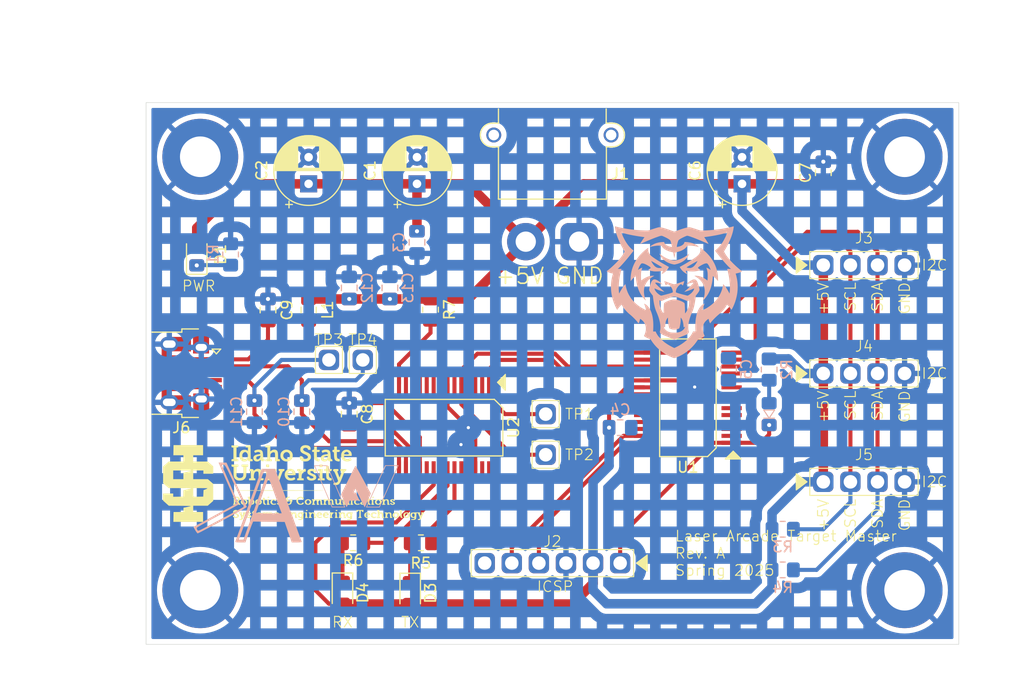
<source format=kicad_pcb>
(kicad_pcb (version 20240108) (generator "pcbnew") (generator_version "8.0")
  (layers (0 "F.Cu" signal) (31 "B.Cu" signal) (34 "B.Paste" user) (35 "F.Paste" user) (36 "B.SilkS" user "B.Silkscreen") (37 "F.SilkS" user "F.Silkscreen") (38 "B.Mask" user) (39 "F.Mask" user) (44 "Edge.Cuts" user))
  (net 0 "")
  (net 1 "GND")
  (net 2 "+5V")
  (net 3 "Net-(C4-Pad1)")
  (net 4 "Net-(D2-A)")
  (net 5 "Net-(C5-Pad2)")
  (net 6 "Net-(U2-3V3OUT)")
  (net 7 "Net-(D1-K)")
  (net 8 "Net-(D2-K)")
  (net 9 "Net-(D3-K)")
  (net 10 "Net-(D4-K)")
  (net 11 "RB6")
  (net 12 "RB7")
  (net 13 "Net-(U1-RC3{slash}SCK{slash}SCL)")
  (net 14 "Net-(U1-RC4{slash}SDI{slash}SDA)")
  (net 15 "Net-(U2-CBUS0)")
  (net 16 "Net-(U2-CBUS1)")
  (net 17 "Net-(U2-CBUS3)")
  (net 21 "TX")
  (net 22 "RX")
  (net 50 "Net-(J6-VBUS)")
  (net 51 "Net-(J6-D-)")
  (net 52 "Net-(J6-D+)")
  (footprint "Resistor_SMD:R_0805_2012Metric_Pad1.20x1.40mm_HandSolder" (layer "F.Cu") (at 179.07 70.215 90)
    (property "Reference" "R7" (at 0 1.778 90) (layer "F.SilkS"))
    (property "Value" "10kΩ")
    (pad "1" smd roundrect (at -1 0 90) (size 1.2 1.4) (layers "F.Cu" "F.Paste" "F.Mask") (roundrect_rratio 0.208333) (net 17 "Net-(U2-CBUS3)"))
    (pad "2" smd roundrect (at 1 0 90) (size 1.2 1.4) (layers "F.Cu" "F.Paste" "F.Mask") (roundrect_rratio 0.208333) (net 2 "+5V"))
  )
  (footprint "Capacitor_THT:CP_Radial_D6.3mm_P2.50mm" (layer "F.Cu") (at 167.64 58.42 90)
    (property "Reference" "C2" (at 1.25 -4.4 90) (layer "F.SilkS"))
    (property "Value" "220uF")
    (pad "1" thru_hole rect (at 0 0 90) (size 1.6 1.6) (drill 0.8) (layers "*.Cu" "*.Mask") (net 2 "+5V"))
    (pad "2" thru_hole circle (at 2.5 0 90) (size 1.6 1.6) (drill 0.8) (layers "*.Cu" "*.Mask") (net 1 "GND"))
  )
  (footprint "0_AKeller_Footprints:1x1_100mil_Header" (layer "F.Cu") (at 189.865 80.01)
    (property "Reference" "TP1" (at 3.175 0 0) (layer "F.SilkS") (effects (font (thickness 0.1))))
    (property "Value" "~")
    (pad "1" thru_hole roundrect (at 0 0) (size 1.905 1.905) (drill 1.27) (layers "*.Cu" "*.Mask") (net 22 "RX"))
  )
  (footprint "Capacitor_THT:CP_Radial_D6.3mm_P2.50mm" (layer "F.Cu") (at 177.8 58.42 90)
    (property "Reference" "C1" (at 1.25 -4.4 90) (layer "F.SilkS"))
    (property "Value" "220uF")
    (pad "1" thru_hole rect (at 0 0 90) (size 1.6 1.6) (drill 0.8) (layers "*.Cu" "*.Mask") (net 2 "+5V"))
    (pad "2" thru_hole circle (at 2.5 0 90) (size 1.6 1.6) (drill 0.8) (layers "*.Cu" "*.Mask") (net 1 "GND"))
  )
  (footprint "0_AKeller_Footprints:SSOP-28" (layer "F.Cu") (at 203.2 78.475 90)
    (property "Reference" "U1" (at -6.515 0 0) (layer "F.SilkS"))
    (property "Value" "PIC16F1788-IP")
    (pad "1" smd rect (at -4.225 4.099999 90) (size 0.38 1.9) (layers "F.Cu" "F.Paste" "F.Mask") (net 8 "Net-(D2-K)"))
    (pad "2" smd rect (at -3.575 4.099999 90) (size 0.38 1.9) (layers "F.Cu" "F.Paste" "F.Mask"))
    (pad "3" smd rect (at -2.925 4.099999 90) (size 0.38 1.9) (layers "F.Cu" "F.Paste" "F.Mask"))
    (pad "4" smd rect (at -2.275 4.099999 90) (size 0.38 1.9) (layers "F.Cu" "F.Paste" "F.Mask"))
    (pad "5" smd rect (at -1.625 4.099999 90) (size 0.38 1.9) (layers "F.Cu" "F.Paste" "F.Mask"))
    (pad "6" smd rect (at -0.975 4.099999 90) (size 0.38 1.9) (layers "F.Cu" "F.Paste" "F.Mask"))
    (pad "7" smd rect (at -0.325 4.099999 90) (size 0.38 1.9) (layers "F.Cu" "F.Paste" "F.Mask"))
    (pad "8" smd rect (at 0.325 4.099999 90) (size 0.38 1.9) (layers "F.Cu" "F.Paste" "F.Mask") (net 1 "GND"))
    (pad "9" smd rect (at 0.975 4.099999 90) (size 0.38 1.9) (layers "F.Cu" "F.Paste" "F.Mask"))
    (pad "10" smd rect (at 1.625 4.099999 90) (size 0.38 1.9) (layers "F.Cu" "F.Paste" "F.Mask"))
    (pad "11" smd rect (at 2.275 4.099999 90) (size 0.38 1.9) (layers "F.Cu" "F.Paste" "F.Mask"))
    (pad "12" smd rect (at 2.925 4.099999 90) (size 0.38 1.9) (layers "F.Cu" "F.Paste" "F.Mask"))
    (pad "13" smd rect (at 3.575 4.099999 90) (size 0.38 1.9) (layers "F.Cu" "F.Paste" "F.Mask"))
    (pad "14" smd rect (at 4.225 4.099999 90) (size 0.38 1.9) (layers "F.Cu" "F.Paste" "F.Mask") (net 13 "Net-(U1-RC3{slash}SCK{slash}SCL)"))
    (pad "15" smd rect (at 4.225 -4.099999 90) (size 0.38 1.9) (layers "F.Cu" "F.Paste" "F.Mask") (net 14 "Net-(U1-RC4{slash}SDI{slash}SDA)"))
    (pad "16" smd rect (at 3.575 -4.099999 90) (size 0.38 1.9) (layers "F.Cu" "F.Paste" "F.Mask"))
    (pad "17" smd rect (at 2.925 -4.099999 90) (size 0.38 1.9) (layers "F.Cu" "F.Paste" "F.Mask") (net 21 "TX"))
    (pad "18" smd rect (at 2.275 -4.099999 90) (size 0.38 1.9) (layers "F.Cu" "F.Paste" "F.Mask") (net 22 "RX"))
    (pad "19" smd rect (at 1.625 -4.099999 90) (size 0.38 1.9) (layers "F.Cu" "F.Paste" "F.Mask") (net 1 "GND"))
    (pad "20" smd rect (at 0.975 -4.099999 90) (size 0.38 1.9) (layers "F.Cu" "F.Paste" "F.Mask") (net 2 "+5V"))
    (pad "21" smd rect (at 0.325 -4.099999 90) (size 0.38 1.9) (layers "F.Cu" "F.Paste" "F.Mask"))
    (pad "22" smd rect (at -0.325 -4.099999 90) (size 0.38 1.9) (layers "F.Cu" "F.Paste" "F.Mask"))
    (pad "23" smd rect (at -0.975 -4.099999 90) (size 0.38 1.9) (layers "F.Cu" "F.Paste" "F.Mask"))
    (pad "24" smd rect (at -1.625 -4.099999 90) (size 0.38 1.9) (layers "F.Cu" "F.Paste" "F.Mask"))
    (pad "25" smd rect (at -2.275 -4.099999 90) (size 0.38 1.9) (layers "F.Cu" "F.Paste" "F.Mask"))
    (pad "26" smd rect (at -2.925 -4.099999 90) (size 0.38 1.9) (layers "F.Cu" "F.Paste" "F.Mask"))
    (pad "27" smd rect (at -3.575 -4.099999 90) (size 0.38 1.9) (layers "F.Cu" "F.Paste" "F.Mask") (net 11 "RB6"))
    (pad "28" smd rect (at -4.225 -4.099999 90) (size 0.38 1.9) (layers "F.Cu" "F.Paste" "F.Mask") (net 12 "RB7"))
  )
  (footprint "Resistor_SMD:R_0805_2012Metric_Pad1.20x1.40mm_HandSolder" (layer "F.Cu") (at 178.165 92.075 180)
    (property "Reference" "R5" (at 0 -1.905 0) (layer "F.SilkS"))
    (property "Value" "3.3kΩ")
    (pad "1" smd roundrect (at -1 0 180) (size 1.2 1.4) (layers "F.Cu" "F.Paste" "F.Mask") (roundrect_rratio 0.208333) (net 15 "Net-(U2-CBUS0)"))
    (pad "2" smd roundrect (at 1 0 180) (size 1.2 1.4) (layers "F.Cu" "F.Paste" "F.Mask") (roundrect_rratio 0.208333) (net 9 "Net-(D3-K)"))
  )
  (footprint "Capacitor_THT:CP_Radial_D6.3mm_P2.50mm" (layer "F.Cu") (at 208.28 58.42 90)
    (property "Reference" "C6" (at 1.25 -4.4 90) (layer "F.SilkS"))
    (property "Value" "220uF")
    (pad "1" thru_hole rect (at 0 0 90) (size 1.6 1.6) (drill 0.8) (layers "*.Cu" "*.Mask") (net 2 "+5V"))
    (pad "2" thru_hole circle (at 2.5 0 90) (size 1.6 1.6) (drill 0.8) (layers "*.Cu" "*.Mask") (net 1 "GND"))
  )
  (footprint "Capacitor_SMD:C_0805_2012Metric_Pad1.18x1.45mm_HandSolder" (layer "F.Cu") (at 215.9 57.3825 90)
    (property "Reference" "C7" (at 0 -1.68 90) (layer "F.SilkS"))
    (property "Value" "0.1uF")
    (pad "1" smd roundrect (at -1.0375 0 90) (size 1.175 1.45) (layers "F.Cu" "F.Paste" "F.Mask") (roundrect_rratio 0.212766) (net 2 "+5V"))
    (pad "2" thru_hole roundrect (at 1.0375 0 90) (size 1.175 1.45) (drill 0.381) (layers "*.Cu" "*.Mask") (roundrect_rratio 0.212766) (net 1 "GND"))
  )
  (footprint "LED_SMD:LED_0805_2012Metric_Pad1.15x1.40mm_HandSolder" (layer "F.Cu") (at 177.165 96.79 -90)
    (property "Reference" "D3" (at 0 -1.905 90) (layer "F.SilkS"))
    (property "Value" "TX")
    (pad "1" smd roundrect (at -1.025 0 270) (size 1.15 1.4) (layers "F.Cu" "F.Paste" "F.Mask") (roundrect_rratio 0.217391) (net 9 "Net-(D3-K)"))
    (pad "2" smd roundrect (at 1.025 0 270) (size 1.15 1.4) (layers "F.Cu" "F.Paste" "F.Mask") (roundrect_rratio 0.217391) (net 2 "+5V"))
  )
  (footprint "0_AKeller_Footprints:1x4_100mil_Header" (layer "F.Cu") (at 219.71 66.04)
    (property "Reference" "J3" (at 0 -2.54 0) (layer "F.SilkS") (effects (font (thickness 0.1))))
    (property "Value" "I2C")
    (pad "1" thru_hole roundrect (at -3.81 0) (size 1.905 1.905) (drill 1.27) (layers "*.Cu" "*.Mask") (net 2 "+5V"))
    (pad "2" thru_hole roundrect (at -1.27 0) (size 1.905 1.905) (drill 1.27) (layers "*.Cu" "*.Mask") (net 13 "Net-(U1-RC3{slash}SCK{slash}SCL)"))
    (pad "3" thru_hole roundrect (at 1.27 0) (size 1.905 1.905) (drill 1.27) (layers "*.Cu" "*.Mask") (net 14 "Net-(U1-RC4{slash}SDI{slash}SDA)"))
    (pad "4" thru_hole roundrect (at 3.81 0) (size 1.905 1.905) (drill 1.27) (layers "*.Cu" "*.Mask") (net 1 "GND"))
  )
  (footprint "Capacitor_SMD:C_0805_2012Metric_Pad1.18x1.45mm_HandSolder" (layer "F.Cu") (at 171.45 80.01 -90)
    (property "Reference" "C8" (at 0 -1.68 90) (layer "F.SilkS"))
    (property "Value" "0.1uF")
    (pad "1" thru_hole roundrect (at -1.0375 0 270) (size 1.175 1.45) (drill 0.381) (layers "*.Cu" "*.Mask") (roundrect_rratio 0.212766) (net 1 "GND"))
    (pad "2" smd roundrect (at 1.0375 0 270) (size 1.175 1.45) (layers "F.Cu" "F.Paste" "F.Mask") (roundrect_rratio 0.212766) (net 6 "Net-(U2-3V3OUT)"))
  )
  (footprint "0_AKeller_Footprints:1x4_100mil_Header" (layer "F.Cu") (at 219.71 86.36)
    (property "Reference" "J5" (at 0 -2.54 0) (layer "F.SilkS") (effects (font (thickness 0.1))))
    (property "Value" "I2C")
    (pad "1" thru_hole roundrect (at -3.81 0) (size 1.905 1.905) (drill 1.27) (layers "*.Cu" "*.Mask") (net 2 "+5V"))
    (pad "2" thru_hole roundrect (at -1.27 0) (size 1.905 1.905) (drill 1.27) (layers "*.Cu" "*.Mask") (net 13 "Net-(U1-RC3{slash}SCK{slash}SCL)"))
    (pad "3" thru_hole roundrect (at 1.27 0) (size 1.905 1.905) (drill 1.27) (layers "*.Cu" "*.Mask") (net 14 "Net-(U1-RC4{slash}SDI{slash}SDA)"))
    (pad "4" thru_hole roundrect (at 3.81 0) (size 1.905 1.905) (drill 1.27) (layers "*.Cu" "*.Mask") (net 1 "GND"))
  )
  (footprint "LED_SMD:LED_0805_2012Metric_Pad1.15x1.40mm_HandSolder" (layer "F.Cu") (at 170.815 96.765 -90)
    (property "Reference" "D4" (at 0 -1.905 90) (layer "F.SilkS"))
    (property "Value" "RX")
    (pad "1" smd roundrect (at -1.025 0 270) (size 1.15 1.4) (layers "F.Cu" "F.Paste" "F.Mask") (roundrect_rratio 0.217391) (net 10 "Net-(D4-K)"))
    (pad "2" smd roundrect (at 1.025 0 270) (size 1.15 1.4) (layers "F.Cu" "F.Paste" "F.Mask") (roundrect_rratio 0.217391) (net 2 "+5V"))
  )
  (footprint "Capacitor_SMD:C_0805_2012Metric_Pad1.18x1.45mm_HandSolder" (layer "F.Cu") (at 163.83 70.2525 90)
    (property "Reference" "C9" (at 0 1.778 90) (layer "F.SilkS"))
    (property "Value" "10nF")
    (pad "1" smd roundrect (at -1.0375 0 90) (size 1.175 1.45) (layers "F.Cu" "F.Paste" "F.Mask") (roundrect_rratio 0.212766) (net 50 "Net-(J6-VBUS)"))
    (pad "2" thru_hole roundrect (at 1.0375 0 90) (size 1.175 1.45) (drill 0.381) (layers "*.Cu" "*.Mask") (roundrect_rratio 0.212766) (net 1 "GND"))
  )
  (footprint "0_AKeller_Footprints:1x1_100mil_Header" (layer "F.Cu") (at 169.545 74.93)
    (property "Reference" "TP3" (at 0 -1.905 0) (layer "F.SilkS") (effects (font (thickness 0.1))))
    (property "Value" "~")
    (pad "1" thru_hole roundrect (at 0 0) (size 1.905 1.905) (drill 1.27) (layers "*.Cu" "*.Mask") (net 52 "Net-(J6-D+)"))
  )
  (footprint "LED_SMD:LED_0805_2012Metric_Pad1.15x1.40mm_HandSolder" (layer "F.Cu") (at 157.15 65.04 90)
    (property "Reference" "D1" (at 0.009 2.235 90) (layer "F.SilkS"))
    (property "Value" "PWR LED")
    (pad "1" thru_hole roundrect (at -1.025 0 90) (size 1.15 1.4) (drill 0.381) (layers "*.Cu" "*.Mask") (roundrect_rratio 0.217391) (net 7 "Net-(D1-K)"))
    (pad "2" smd roundrect (at 1.025 0 90) (size 1.15 1.4) (layers "F.Cu" "F.Paste" "F.Mask") (roundrect_rratio 0.217391) (net 2 "+5V"))
  )
  (footprint "" (layer "F.Cu") (at 223.52 96.52)
    (property "Reference" "" (at 0 0 0) (layer "F.SilkS") (effects (font (size 1.27 1.27))))
    (property "Value" "")
    (pad "1" thru_hole circle (at 0 0) (size 7.112 7.112) (drill 3.81) (layers "*.Cu" "*.Mask") (net 1 "GND"))
  )
  (footprint "0_AKeller_Footprints:1x1_100mil_Header" (layer "F.Cu") (at 172.72 74.93)
    (property "Reference" "TP4" (at 0 -1.905 0) (layer "F.SilkS") (effects (font (thickness 0.1))))
    (property "Value" "~")
    (pad "1" thru_hole roundrect (at 0 0) (size 1.905 1.905) (drill 1.27) (layers "*.Cu" "*.Mask") (net 51 "Net-(J6-D-)"))
  )
  (footprint "0_AKeller_Footprints:M3 Mounting" (layer "F.Cu") (at 223.52 55.88)
    (property "Reference" "REF**" (hide yes))
    (property "Value" "M3 Mounting")
    (pad "1" thru_hole circle (at 0 0) (size 7.112 7.112) (drill 3.81) (layers "*.Cu" "*.Mask") (net 1 "GND"))
  )
  (footprint "0_AKeller_Footprints:AMASS_XT30PW-M_1x02_P2.50mm_Horizontal" (layer "F.Cu") (at 193 63.841)
    (property "Reference" "J1" (at 3.85 -6.35 0) (layer "F.SilkS"))
    (property "Value" "+5V")
    (fp_text user "GND" (at 0.04 3.215 0) (layer "F.SilkS") (effects (font (size 1.5 1.5))))
    (fp_text user "+5V" (at -5.548 3.215 0) (layer "F.SilkS") (effects (font (size 1.5 1.5))))
    (pad "" thru_hole circle (at -8 -10) (size 1.4 1.4) (drill 1) (layers "*.Cu" "*.Mask"))
    (pad "" thru_hole circle (at 3 -10) (size 1.4 1.4) (drill 1) (layers "*.Cu" "*.Mask"))
    (pad "1" thru_hole circle (at -5 0) (size 3.5 3.5) (drill 1.9) (layers "*.Cu" "*.Mask") (net 2 "+5V"))
    (pad "2" thru_hole roundrect (at 0 0) (size 3.5 3.5) (drill 1.9) (layers "*.Cu" "*.Mask") (roundrect_rratio 0.22) (net 1 "GND"))
  )
  (footprint "0_AKeller_Footprints:1x4_100mil_Header" (layer "F.Cu") (at 219.71 76.2)
    (property "Reference" "J4" (at 0 -2.54 0) (layer "F.SilkS") (effects (font (thickness 0.1))))
    (property "Value" "I2C")
    (pad "1" thru_hole roundrect (at -3.81 0) (size 1.905 1.905) (drill 1.27) (layers "*.Cu" "*.Mask") (net 2 "+5V"))
    (pad "2" thru_hole roundrect (at -1.27 0) (size 1.905 1.905) (drill 1.27) (layers "*.Cu" "*.Mask") (net 13 "Net-(U1-RC3{slash}SCK{slash}SCL)"))
    (pad "3" thru_hole roundrect (at 1.27 0) (size 1.905 1.905) (drill 1.27) (layers "*.Cu" "*.Mask") (net 14 "Net-(U1-RC4{slash}SDI{slash}SDA)"))
    (pad "4" thru_hole roundrect (at 3.81 0) (size 1.905 1.905) (drill 1.27) (layers "*.Cu" "*.Mask") (net 1 "GND"))
  )
  (footprint "" (layer "F.Cu") (at 157.48 96.52)
    (property "Reference" "" (at 0 0 0) (layer "F.SilkS") (effects (font (size 1.27 1.27))))
    (property "Value" "")
    (pad "1" thru_hole circle (at 0 0) (size 7.112 7.112) (drill 3.81) (layers "*.Cu" "*.Mask") (net 1 "GND"))
  )
  (footprint "2025 Logos:RCET Stacked 1x_33" (layer "F.Cu") (at 166.37 86.36)
    (property "Reference" "G***" (hide yes))
    (property "Value" "LOGO" (hide yes))
  )
  (footprint "0_AKeller_Footprints:1x1_100mil_Header" (layer "F.Cu") (at 189.865 83.82)
    (property "Reference" "TP2" (at 3.175 0 0) (layer "F.SilkS") (effects (font (thickness 0.1))))
    (property "Value" "~")
    (pad "1" thru_hole roundrect (at 0 0) (size 1.905 1.905) (drill 1.27) (layers "*.Cu" "*.Mask") (net 21 "TX"))
  )
  (footprint "0_AKeller_Footprints:M3 Mounting" (layer "F.Cu") (at 157.48 55.88)
    (property "Reference" "REF**" (hide yes))
    (property "Value" "M3 Mounting")
    (pad "1" thru_hole circle (at 0 0) (size 7.112 7.112) (drill 3.81) (layers "*.Cu" "*.Mask") (net 1 "GND"))
  )
  (footprint "Resistor_SMD:R_0805_2012Metric_Pad1.20x1.40mm_HandSolder" (layer "F.Cu") (at 171.815 92.075 180)
    (property "Reference" "R6" (at 0 -1.65 0) (layer "F.SilkS"))
    (property "Value" "3.3kΩ")
    (pad "1" smd roundrect (at -1 0 180) (size 1.2 1.4) (layers "F.Cu" "F.Paste" "F.Mask") (roundrect_rratio 0.208333) (net 16 "Net-(U2-CBUS1)"))
    (pad "2" smd roundrect (at 1 0 180) (size 1.2 1.4) (layers "F.Cu" "F.Paste" "F.Mask") (roundrect_rratio 0.208333) (net 10 "Net-(D4-K)"))
  )
  (footprint "Inductor_SMD:L_0805_2012Metric_Pad1.15x1.40mm_HandSolder" (layer "F.Cu") (at 167.64 70.24 90)
    (property "Reference" "L1" (at 0 1.778 90) (layer "F.SilkS"))
    (property "Value" "2uH")
    (pad "1" smd roundrect (at -1.025 0 90) (size 1.15 1.4) (layers "F.Cu" "F.Paste" "F.Mask") (roundrect_rratio 0.217391) (net 50 "Net-(J6-VBUS)"))
    (pad "2" smd roundrect (at 1.025 0 90) (size 1.15 1.4) (layers "F.Cu" "F.Paste" "F.Mask") (roundrect_rratio 0.217391) (net 2 "+5V"))
  )
  (footprint "0_AKeller_Footprints:USB_Micro-B_Amphenol" (layer "F.Cu") (at 155.69 76.2 -90)
    (property "Reference" "J6" (at 5.08 -0.012 180) (layer "F.SilkS"))
    (property "Value" "USB_B_Mini")
    (pad "1" smd rect (at -1.325 -2.375) (size 2.87 0.4) (layers "F.Cu" "F.Paste" "F.Mask") (net 50 "Net-(J6-VBUS)"))
    (pad "2" smd rect (at -0.675 -2.375) (size 2.87 0.4) (layers "F.Cu" "F.Paste" "F.Mask") (net 51 "Net-(J6-D-)"))
    (pad "3" smd rect (at -0.025 -2.375) (size 2.87 0.4) (layers "F.Cu" "F.Paste" "F.Mask") (net 52 "Net-(J6-D+)"))
    (pad "4" smd rect (at 0.625 -2.375) (size 2.87 0.4) (layers "F.Cu" "F.Paste" "F.Mask"))
    (pad "5" smd rect (at 1.275 -2.375) (size 2.87 0.4) (layers "F.Cu" "F.Paste" "F.Mask") (net 1 "GND"))
    (pad "6" smd rect (at -2.975 -0.565 270) (size 1.825 0.7) (layers "F.Cu" "F.Paste" "F.Mask") (net 1 "GND"))
    (pad "6" smd rect (at -2.875 -1.865 270) (size 2 1.5) (layers "F.Cu" "F.Paste" "F.Mask") (net 1 "GND"))
    (pad "6" smd rect (at -2.755 0.185 270) (size 1.35 2) (layers "F.Cu" "F.Paste" "F.Mask") (net 1 "GND"))
    (pad "6" thru_hole oval (at -2.755 1.115) (size 1.7 1.35) (drill oval 1.2 0.7) (property pad_prop_heatsink) (layers "*.Cu" "*.Mask") (net 1 "GND"))
    (pad "6" thru_hole oval (at -2.445 -1.885) (size 1.5 1.1) (drill oval 1.05 0.65) (property pad_prop_heatsink) (layers "*.Cu" "*.Mask") (net 1 "GND"))
    (pad "6" smd rect (at -0.985 1.385) (size 2.5 1.43) (layers "F.Cu" "F.Paste" "F.Mask") (net 1 "GND"))
    (pad "6" smd rect (at 0.935 1.385) (size 2.5 1.43) (layers "F.Cu" "F.Paste" "F.Mask") (net 1 "GND"))
    (pad "6" thru_hole oval (at 2.395 -1.885) (size 1.5 1.1) (drill oval 1.05 0.65) (property pad_prop_heatsink) (layers "*.Cu" "*.Mask") (net 1 "GND"))
    (pad "6" thru_hole oval (at 2.705 1.115) (size 1.7 1.35) (drill oval 1.2 0.7) (property pad_prop_heatsink) (layers "*.Cu" "*.Mask") (net 1 "GND"))
    (pad "6" smd rect (at 2.725 0.185 270) (size 1.35 2) (layers "F.Cu" "F.Paste" "F.Mask") (net 1 "GND"))
    (pad "6" smd rect (at 2.875 -1.885 270) (size 2 1.5) (layers "F.Cu" "F.Paste" "F.Mask") (net 1 "GND"))
    (pad "6" smd rect (at 2.975 -0.565 270) (size 1.825 0.7) (layers "F.Cu" "F.Paste" "F.Mask") (net 1 "GND"))
  )
  (footprint "0_AKeller_Footprints:SSOP-28" (layer "F.Cu") (at 180.34 81.28 180)
    (property "Reference" "U2" (at -6.515 0 90) (layer "F.SilkS"))
    (property "Value" "FT232RL")
    (pad "1" smd rect (at -4.225 4.099999 180) (size 0.38 1.9) (layers "F.Cu" "F.Paste" "F.Mask") (net 22 "RX"))
    (pad "2" smd rect (at -3.575 4.099999 180) (size 0.38 1.9) (layers "F.Cu" "F.Paste" "F.Mask"))
    (pad "3" smd rect (at -2.925 4.099999 180) (size 0.38 1.9) (layers "F.Cu" "F.Paste" "F.Mask"))
    (pad "4" smd rect (at -2.275 4.099999 180) (size 0.38 1.9) (layers "F.Cu" "F.Paste" "F.Mask"))
    (pad "5" smd rect (at -1.625 4.099999 180) (size 0.38 1.9) (layers "F.Cu" "F.Paste" "F.Mask") (net 21 "TX"))
    (pad "6" smd rect (at -0.975 4.099999 180) (size 0.38 1.9) (layers "F.Cu" "F.Paste" "F.Mask"))
    (pad "7" smd rect (at -0.325 4.099999 180) (size 0.38 1.9) (layers "F.Cu" "F.Paste" "F.Mask") (net 1 "GND"))
    (pad "8" smd rect (at 0.325 4.099999 180) (size 0.38 1.9) (layers "F.Cu" "F.Paste" "F.Mask"))
    (pad "9" smd rect (at 0.975 4.099999 180) (size 0.38 1.9) (layers "F.Cu" "F.Paste" "F.Mask"))
    (pad "10" smd rect (at 1.625 4.099999 180) (size 0.38 1.9) (layers "F.Cu" "F.Paste" "F.Mask"))
    (pad "11" smd rect (at 2.275 4.099999 180) (size 0.38 1.9) (layers "F.Cu" "F.Paste" "F.Mask"))
    (pad "12" smd rect (at 2.925 4.099999 180) (size 0.38 1.9) (layers "F.Cu" "F.Paste" "F.Mask"))
    (pad "13" smd rect (at 3.575 4.099999 180) (size 0.38 1.9) (layers "F.Cu" "F.Paste" "F.Mask"))
    (pad "14" smd rect (at 4.225 4.099999 180) (size 0.38 1.9) (layers "F.Cu" "F.Paste" "F.Mask") (net 17 "Net-(U2-CBUS3)"))
    (pad "15" smd rect (at 4.225 -4.099999 180) (size 0.38 1.9) (layers "F.Cu" "F.Paste" "F.Mask") (net 52 "Net-(J6-D+)"))
    (pad "16" smd rect (at 3.575 -4.099999 180) (size 0.38 1.9) (layers "F.Cu" "F.Paste" "F.Mask") (net 51 "Net-(J6-D-)"))
    (pad "17" smd rect (at 2.925 -4.099999 180) (size 0.38 1.9) (layers "F.Cu" "F.Paste" "F.Mask") (net 6 "Net-(U2-3V3OUT)"))
    (pad "18" smd rect (at 2.275 -4.099999 180) (size 0.38 1.9) (layers "F.Cu" "F.Paste" "F.Mask") (net 1 "GND"))
    (pad "19" smd rect (at 1.625 -4.099999 180) (size 0.38 1.9) (layers "F.Cu" "F.Paste" "F.Mask"))
    (pad "20" smd rect (at 0.975 -4.099999 180) (size 0.38 1.9) (layers "F.Cu" "F.Paste" "F.Mask") (net 2 "+5V"))
    (pad "21" smd rect (at 0.325 -4.099999 180) (size 0.38 1.9) (layers "F.Cu" "F.Paste" "F.Mask") (net 1 "GND"))
    (pad "22" smd rect (at -0.325 -4.099999 180) (size 0.38 1.9) (layers "F.Cu" "F.Paste" "F.Mask") (net 16 "Net-(U2-CBUS1)"))
    (pad "23" smd rect (at -0.975 -4.099999 180) (size 0.38 1.9) (layers "F.Cu" "F.Paste" "F.Mask") (net 15 "Net-(U2-CBUS0)"))
    (pad "24" smd rect (at -1.625 -4.099999 180) (size 0.38 1.9) (layers "F.Cu" "F.Paste" "F.Mask"))
    (pad "25" smd rect (at -2.275 -4.099999 180) (size 0.38 1.9) (layers "F.Cu" "F.Paste" "F.Mask") (net 1 "GND"))
    (pad "26" smd rect (at -2.925 -4.099999 180) (size 0.38 1.9) (layers "F.Cu" "F.Paste" "F.Mask") (net 1 "GND"))
    (pad "27" smd rect (at -3.575 -4.099999 180) (size 0.38 1.9) (layers "F.Cu" "F.Paste" "F.Mask"))
    (pad "28" smd rect (at -4.225 -4.099999 180) (size 0.38 1.9) (layers "F.Cu" "F.Paste" "F.Mask"))
  )
  (footprint "0_AKeller_Footprints:1x6_100mil_Header" (layer "F.Cu") (at 190.5 93.98 180)
    (property "Reference" "J2" (at 0 2.032 0) (layer "F.SilkS") (effects (font (thickness 0.1))))
    (property "Value" "ICSP")
    (pad "1" thru_hole roundrect (at -6.35 0 180) (size 1.905 1.905) (drill 1.27) (layers "*.Cu" "*.Mask") (net 8 "Net-(D2-K)"))
    (pad "2" thru_hole roundrect (at -3.81 0 180) (size 1.905 1.905) (drill 1.27) (layers "*.Cu" "*.Mask") (net 2 "+5V"))
    (pad "3" thru_hole roundrect (at -1.27 0 180) (size 1.905 1.905) (drill 1.27) (layers "*.Cu" "*.Mask") (net 1 "GND"))
    (pad "4" thru_hole roundrect (at 1.27 0 180) (size 1.905 1.905) (drill 1.27) (layers "*.Cu" "*.Mask") (net 12 "RB7"))
    (pad "5" thru_hole roundrect (at 3.81 0 180) (size 1.905 1.905) (drill 1.27) (layers "*.Cu" "*.Mask") (net 11 "RB6"))
    (pad "6" thru_hole roundrect (at 6.35 0 180) (size 1.905 1.905) (drill 1.27) (layers "*.Cu" "*.Mask"))
  )
  (footprint "Capacitor_SMD:C_0805_2012Metric_Pad1.18x1.45mm_HandSolder" (layer "B.Cu") (at 196.85 81.28 180)
    (property "Reference" "C4" (at 0 1.68 0) (layer "B.SilkS") (effects (justify mirror)))
    (property "Value" "1uF")
    (pad "1" smd roundrect (at -1.0375 0 180) (size 1.175 1.45) (layers "B.Cu" "B.Paste" "B.Mask") (roundrect_rratio 0.212766) (net 3 "Net-(C4-Pad1)"))
    (pad "2" thru_hole roundrect (at 1.0375 0 180) (size 1.175 1.45) (drill 0.381) (layers "*.Cu" "*.Mask") (roundrect_rratio 0.212766) (net 2 "+5V"))
  )
  (footprint "Capacitor_SMD:C_0805_2012Metric_Pad1.18x1.45mm_HandSolder" (layer "B.Cu") (at 171.45 68.1775 90)
    (property "Reference" "C12" (at 0 1.68 90) (layer "B.SilkS") (effects (justify mirror)))
    (property "Value" "4.7uF")
    (pad "1" thru_hole roundrect (at -1.0375 0 90) (size 1.175 1.45) (drill 0.381) (layers "*.Cu" "*.Mask") (roundrect_rratio 0.212766) (net 2 "+5V"))
    (pad "2" smd roundrect (at 1.0375 0 90) (size 1.175 1.45) (layers "B.Cu" "B.Paste" "B.Mask") (roundrect_rratio 0.212766) (net 1 "GND"))
  )
  (footprint "Capacitor_SMD:C_0805_2012Metric_Pad1.18x1.45mm_HandSolder" (layer "B.Cu") (at 167.005 79.7775 -90)
    (property "Reference" "C10" (at 0 1.68 90) (layer "B.SilkS") (effects (justify mirror)))
    (property "Value" "47pF")
    (pad "1" thru_hole roundrect (at -1.0375 0 270) (size 1.175 1.45) (drill 0.381) (layers "*.Cu" "*.Mask") (roundrect_rratio 0.212766) (net 51 "Net-(J6-D-)"))
    (pad "2" smd roundrect (at 1.0375 0 270) (size 1.175 1.45) (layers "B.Cu" "B.Paste" "B.Mask") (roundrect_rratio 0.212766) (net 1 "GND"))
  )
  (footprint "2025 Logos:Benny _5x_5" (layer "B.Cu") (at 201.93 68.58 180)
    (property "Reference" "G***" (hide yes))
    (property "Value" "LOGO" (hide yes))
  )
  (footprint "Resistor_SMD:R_0805_2012Metric_Pad1.20x1.40mm_HandSolder" (layer "B.Cu") (at 212.09 94.615)
    (property "Reference" "R4" (at 0 1.65 0) (layer "B.SilkS") (effects (justify mirror)))
    (property "Value" "220Ω")
    (pad "1" smd roundrect (at -1 0) (size 1.2 1.4) (layers "B.Cu" "B.Paste" "B.Mask") (roundrect_rratio 0.208333) (net 2 "+5V"))
    (pad "2" smd roundrect (at 1 0) (size 1.2 1.4) (layers "B.Cu" "B.Paste" "B.Mask") (roundrect_rratio 0.208333) (net 14 "Net-(U1-RC4{slash}SDI{slash}SDA)"))
  )
  (footprint "Resistor_SMD:R_0805_2012Metric_Pad1.20x1.40mm_HandSolder" (layer "B.Cu") (at 160.325 65.04 -90)
    (property "Reference" "R1" (at 0 1.65 90) (layer "B.SilkS") (effects (justify mirror)))
    (property "Value" "4.7kΩ")
    (pad "1" smd roundrect (at -1 0 270) (size 1.2 1.4) (layers "B.Cu" "B.Paste" "B.Mask") (roundrect_rratio 0.208333) (net 1 "GND"))
    (pad "2" smd roundrect (at 1 0 270) (size 1.2 1.4) (layers "B.Cu" "B.Paste" "B.Mask") (roundrect_rratio 0.208333) (net 7 "Net-(D1-K)"))
  )
  (footprint "2025 Logos:Alex_Logo" (layer "B.Cu") (at 172.085 86.995 180)
    (property "Reference" "G***" (hide yes))
    (property "Value" "LOGO" (hide yes))
  )
  (footprint "Capacitor_SMD:C_0805_2012Metric_Pad1.18x1.45mm_HandSolder" (layer "B.Cu") (at 175.26 68.1775 90)
    (property "Reference" "C13" (at 0 1.68 90) (layer "B.SilkS") (effects (justify mirror)))
    (property "Value" "0.1uF")
    (pad "1" thru_hole roundrect (at -1.0375 0 90) (size 1.175 1.45) (drill 0.381) (layers "*.Cu" "*.Mask") (roundrect_rratio 0.212766) (net 2 "+5V"))
    (pad "2" smd roundrect (at 1.0375 0 90) (size 1.175 1.45) (layers "B.Cu" "B.Paste" "B.Mask") (roundrect_rratio 0.212766) (net 1 "GND"))
  )
  (footprint "Capacitor_SMD:C_0805_2012Metric_Pad1.18x1.45mm_HandSolder" (layer "B.Cu") (at 162.56 79.7775 -90)
    (property "Reference" "C11" (at 0 1.68 90) (layer "B.SilkS") (effects (justify mirror)))
    (property "Value" "47pF")
    (pad "1" thru_hole roundrect (at -1.0375 0 270) (size 1.175 1.45) (drill 0.381) (layers "*.Cu" "*.Mask") (roundrect_rratio 0.212766) (net 52 "Net-(J6-D+)"))
    (pad "2" smd roundrect (at 1.0375 0 270) (size 1.175 1.45) (layers "B.Cu" "B.Paste" "B.Mask") (roundrect_rratio 0.212766) (net 1 "GND"))
  )
  (footprint "Resistor_SMD:R_0805_2012Metric_Pad1.20x1.40mm_HandSolder" (layer "B.Cu") (at 212.09 90.805)
    (property "Reference" "R3" (at 0 1.65 0) (layer "B.SilkS") (effects (justify mirror)))
    (property "Value" "220Ω")
    (pad "1" smd roundrect (at -1 0) (size 1.2 1.4) (layers "B.Cu" "B.Paste" "B.Mask") (roundrect_rratio 0.208333) (net 2 "+5V"))
    (pad "2" smd roundrect (at 1 0) (size 1.2 1.4) (layers "B.Cu" "B.Paste" "B.Mask") (roundrect_rratio 0.208333) (net 13 "Net-(U1-RC3{slash}SCK{slash}SCL)"))
  )
  (footprint "Capacitor_SMD:C_0805_2012Metric_Pad1.18x1.45mm_HandSolder" (layer "B.Cu") (at 177.8 63.9025 -90)
    (property "Reference" "C3" (at 0 1.68 90) (layer "B.SilkS") (effects (justify mirror)))
    (property "Value" "0.1uF")
    (pad "1" thru_hole roundrect (at -1.0375 0 270) (size 1.175 1.45) (drill 0.381) (layers "*.Cu" "*.Mask") (roundrect_rratio 0.212766) (net 2 "+5V"))
    (pad "2" smd roundrect (at 1.0375 0 270) (size 1.175 1.45) (layers "B.Cu" "B.Paste" "B.Mask") (roundrect_rratio 0.212766) (net 1 "GND"))
  )
  (footprint "Capacitor_SMD:C_0805_2012Metric_Pad1.18x1.45mm_HandSolder" (layer "B.Cu") (at 207.01 75.7975 90)
    (property "Reference" "C5" (at 0 1.68 90) (layer "B.SilkS") (effects (justify mirror)))
    (property "Value" "1uF")
    (pad "1" smd roundrect (at -1.0375 0 90) (size 1.175 1.45) (layers "B.Cu" "B.Paste" "B.Mask") (roundrect_rratio 0.212766) (net 4 "Net-(D2-A)"))
    (pad "2" smd roundrect (at 1.0375 0 90) (size 1.175 1.45) (layers "B.Cu" "B.Paste" "B.Mask") (roundrect_rratio 0.212766) (net 5 "Net-(C5-Pad2)"))
  )
  (footprint "Resistor_SMD:R_0805_2012Metric_Pad1.20x1.40mm_HandSolder" (layer "B.Cu") (at 210.82 75.835 90)
    (property "Reference" "R2" (at 0 1.65 90) (layer "B.SilkS") (effects (justify mirror)))
    (property "Value" "10kΩ")
    (pad "1" smd roundrect (at -1 0 90) (size 1.2 1.4) (layers "B.Cu" "B.Paste" "B.Mask") (roundrect_rratio 0.208333) (net 4 "Net-(D2-A)"))
    (pad "2" smd roundrect (at 1 0 90) (size 1.2 1.4) (layers "B.Cu" "B.Paste" "B.Mask") (roundrect_rratio 0.208333) (net 2 "+5V"))
  )
  (footprint "2025 Logos:AKeller_Logo_0-4x0-3" (layer "B.Cu") (at 161.925 88.265 180)
    (property "Reference" "G***")
    (property "Value" "LOGO" (hide yes))
  )
  (footprint "0_AKeller_Footprints:Diode_0805" (layer "B.Cu") (at 210.82 80.01 90)
    (property "Reference" "D2" (hide yes))
    (property "Value" "1N4148")
    (pad "1" thru_hole roundrect (at -1.025 0 90) (size 1.15 1.4) (drill 0.381) (layers "*.Cu" "*.Mask") (roundrect_rratio 0.217391) (net 8 "Net-(D2-K)"))
    (pad "2" smd roundrect (at 1.025 0 90) (size 1.15 1.4) (layers "B.Cu" "B.Paste" "B.Mask") (roundrect_rratio 0.217391) (net 4 "Net-(D2-A)"))
  )
  (gr_rect (start 152.4 50.8) (end 228.6 101.6) (stroke (width 0.05)) (fill none) (layer "Edge.Cuts"))
  (gr_text "SCL" (at 218.44 77.724 90) (layer "F.SilkS") (effects (font (size 1 1) (thickness 0.1)) (justify right)))
  (gr_text "+5V" (at 215.9 87.884 90) (layer "F.SilkS") (effects (font (size 1 1) (thickness 0.1)) (justify right)))
  (gr_text "ICSP" (at 188.976 96.774 0) (layer "F.SilkS") (effects (font (size 1 1) (thickness 0.1)) (justify left bottom)))
  (gr_text "GND" (at 223.52 87.884 90) (layer "F.SilkS") (effects (font (size 1 1) (thickness 0.1)) (justify right)))
  (gr_text "SCL" (at 218.44 67.564 90) (layer "F.SilkS") (effects (font (size 1 1) (thickness 0.1)) (justify right)))
  (gr_text "I2C" (at 225.044 76.2 0) (layer "F.SilkS") (effects (font (size 1 1) (thickness 0.1)) (justify left)))
  (gr_text "SDA" (at 220.98 67.564 90) (layer "F.SilkS") (effects (font (size 1 1) (thickness 0.1)) (justify right)))
  (gr_text "+5V" (at 215.9 77.724 90) (layer "F.SilkS") (effects (font (size 1 1) (thickness 0.1)) (justify right)))
  (gr_text "TX" (at 177.165 98.933 0) (layer "F.SilkS") (effects (font (size 1 1) (thickness 0.1)) (justify top)))
  (gr_text "Laser Arcade Target Master\nRev. A\nSpring 2025" (at 201.93 95.25 0) (layer "F.SilkS") (effects (font (size 1 1) (thickness 0.1)) (justify left bottom)))
  (gr_text "I2C" (at 225.044 86.36 0) (layer "F.SilkS") (effects (font (size 1 1) (thickness 0.1)) (justify left)))
  (gr_text "I2C" (at 225.044 66.04 0) (layer "F.SilkS") (effects (font (size 1 1) (thickness 0.1)) (justify left)))
  (gr_text "GND" (at 223.52 67.564 90) (layer "F.SilkS") (effects (font (size 1 1) (thickness 0.1)) (justify right)))
  (gr_text "GND" (at 223.52 77.724 90) (layer "F.SilkS") (effects (font (size 1 1) (thickness 0.1)) (justify right)))
  (gr_text "SDA" (at 220.98 77.724 90) (layer "F.SilkS") (effects (font (size 1 1) (thickness 0.1)) (justify right)))
  (gr_text "PWR" (at 155.702 68.58 0) (layer "F.SilkS") (effects (font (size 1 1) (thickness 0.1)) (justify left bottom)))
  (gr_text "RX" (at 170.815 98.933 0) (layer "F.SilkS") (effects (font (size 1 1) (thickness 0.1)) (justify top)))
  (gr_text "SDA" (at 220.98 87.884 90) (layer "F.SilkS") (effects (font (size 1 1) (thickness 0.1)) (justify right)))
  (gr_text "+5V" (at 215.9 67.564 90) (layer "F.SilkS") (effects (font (size 1 1) (thickness 0.1)) (justify right)))
  (gr_text "SCL" (at 218.44 87.884 90) (layer "F.SilkS") (effects (font (size 1 1) (thickness 0.1)) (justify right)))
  (segment (start 182.615 83.555) (end 181.9275 82.8675) (width 0.381) (layer "F.Cu") (net 1))
  (segment (start 154.305 77.135) (end 154.305 78.635) (width 0.889) (layer "F.Cu") (net 1))
  (segment (start 154.305 78.635) (end 154.575 78.905) (width 0.889) (layer "F.Cu") (net 1))
  (segment (start 182.615 81.28) (end 183.265 81.93) (width 0.381) (layer "F.Cu") (net 1))
  (segment (start 182.615 85.379999) (end 182.615 83.555) (width 0.381) (layer "F.Cu") (net 1))
  (segment (start 204.515 78.15) (end 203.835 77.47) (width 0.381) (layer "F.Cu") (net 1))
  (segment (start 178.065 82.18) (end 178.065 85.379999) (width 0.381) (layer "F.Cu") (net 1))
  (segment (start 154.305 73.715) (end 154.575 73.445) (width 0.889) (layer "F.Cu") (net 1))
  (segment (start 158.065 78.105) (end 157.575 78.595) (width 0.381) (layer "F.Cu") (net 1))
  (segment (start 180.665 79.33) (end 180.665 77.180001) (width 0.381) (layer "F.Cu") (net 1))
  (segment (start 155.725 73.225) (end 155.505 73.445) (width 0.889) (layer "F.Cu") (net 1))
  (segment (start 154.305 77.135) (end 154.305 75.215) (width 0.889) (layer "F.Cu") (net 1))
  (segment (start 180.015 84.048999) (end 181.196499 82.8675) (width 0.381) (layer "F.Cu") (net 1))
  (segment (start 171.45 78.9725) (end 174.8575 78.9725) (width 0.381) (layer "F.Cu") (net 1))
  (segment (start 199.100001 76.85) (end 203.215 76.85) (width 0.381) (layer "F.Cu") (net 1))
  (segment (start 203.215 76.85) (end 203.835 77.47) (width 0.381) (layer "F.Cu") (net 1))
  (segment (start 181.196499 82.8675) (end 181.9275 82.8675) (width 0.381) (layer "F.Cu") (net 1))
  (segment (start 183.265 81.93) (end 183.265 85.379999) (width 0.381) (layer "F.Cu") (net 1))
  (segment (start 180.015 85.379999) (end 180.015 84.048999) (width 0.381) (layer "F.Cu") (net 1))
  (segment (start 154.305 75.215) (end 154.305 73.715) (width 0.889) (layer "F.Cu") (net 1))
  (segment (start 207.299999 78.15) (end 204.515 78.15) (width 0.381) (layer "F.Cu") (net 1))
  (segment (start 158.065 77.475) (end 158.065 78.105) (width 0.381) (layer "F.Cu") (net 1))
  (segment (start 174.8575 78.9725) (end 178.065 82.18) (width 0.381) (layer "F.Cu") (net 1))
  (segment (start 182.615 81.28) (end 180.665 79.33) (width 0.381) (layer "F.Cu") (net 1))
  (via (at 181.9275 82.8675) (size 0.6) (drill 0.3) (layers "F.Cu" "B.Cu") (net 1))
  (via (at 182.615 81.28) (size 0.6) (drill 0.3) (layers "F.Cu" "B.Cu") (net 1))
  (via (at 203.835 77.47) (size 0.6) (drill 0.3) (layers "F.Cu" "B.Cu") (net 1))
  (segment (start 177.165 97.815) (end 170.84 97.815) (width 0.889) (layer "F.Cu") (net 2))
  (segment (start 179.365 86.650999) (end 175.845999 90.17) (width 0.381) (layer "F.Cu") (net 2))
  (segment (start 182.626 69.215) (end 188 63.841) (width 0.889) (layer "F.Cu") (net 2))
  (segment (start 195.8125 81.28) (end 195.8125 79.1425) (width 0.381) (layer "F.Cu") (net 2))
  (segment (start 177.8 58.42) (end 182.579 58.42) (width 0.889) (layer "F.Cu") (net 2))
  (segment (start 197.455 77.5) (end 199.100001 77.5) (width 0.381) (layer "F.Cu") (net 2))
  (segment (start 175.26 69.215) (end 179.07 69.215) (width 0.889) (layer "F.Cu") (net 2))
  (segment (start 192.38 97.815) (end 194.31 95.885) (width 0.889) (layer "F.Cu") (net 2))
  (segment (start 193.421 58.42) (end 188 63.841) (width 0.889) (layer "F.Cu") (net 2))
  (segment (start 167.64 58.42) (end 177.8 58.42) (width 0.889) (layer "F.Cu") (net 2))
  (segment (start 167.64 69.215) (end 171.45 69.215) (width 0.889) (layer "F.Cu") (net 2))
  (segment (start 168.275 96.52) (end 169.545 97.79) (width 0.381) (layer "F.Cu") (net 2))
  (segment (start 179.07 69.215) (end 182.626 69.215) (width 0.889) (layer "F.Cu") (net 2))
  (segment (start 179.365 85.379999) (end 179.365 86.650999) (width 0.381) (layer "F.Cu") (net 2))
  (segment (start 167.64 58.42) (end 161.29 58.42) (width 0.889) (layer "F.Cu") (net 2))
  (segment (start 215.9 76.2) (end 215.9 86.36) (width 0.889) (layer "F.Cu") (net 2))
  (segment (start 170.18 90.17) (end 168.275 92.075) (width 0.381) (layer "F.Cu") (net 2))
  (segment (start 177.8 58.42) (end 177.8 62.865) (width 0.889) (layer "F.Cu") (net 2))
  (segment (start 194.31 95.885) (end 194.31 93.98) (width 0.889) (layer "F.Cu") (net 2))
  (segment (start 175.845999 90.17) (end 170.18 90.17) (width 0.381) (layer "F.Cu") (net 2))
  (segment (start 170.84 97.815) (end 170.815 97.79) (width 0.889) (layer "F.Cu") (net 2))
  (segment (start 171.45 69.215) (end 175.26 69.215) (width 0.889) (layer "F.Cu") (net 2))
  (segment (start 161.29 58.42) (end 157.15 62.56) (width 0.889) (layer "F.Cu") (net 2))
  (segment (start 157.15 62.56) (end 157.15 64.015) (width 0.889) (layer "F.Cu") (net 2))
  (segment (start 195.8125 79.1425) (end 197.455 77.5) (width 0.381) (layer "F.Cu") (net 2))
  (segment (start 177.165 97.815) (end 192.38 97.815) (width 0.889) (layer "F.Cu") (net 2))
  (segment (start 215.9 66.04) (end 215.9 76.2) (width 0.889) (layer "F.Cu") (net 2))
  (segment (start 208.28 58.42) (end 193.421 58.42) (width 0.889) (layer "F.Cu") (net 2))
  (segment (start 169.545 97.79) (end 170.815 97.79) (width 0.381) (layer "F.Cu") (net 2))
  (segment (start 182.579 58.42) (end 188 63.841) (width 0.889) (layer "F.Cu") (net 2))
  (segment (start 208.28 58.42) (end 215.9 58.42) (width 0.889) (layer "F.Cu") (net 2))
  (segment (start 168.275 92.075) (end 168.275 96.52) (width 0.381) (layer "F.Cu") (net 2))
  (segment (start 195.8125 84.8575) (end 195.8125 81.28) (width 0.889) (layer "B.Cu") (net 2))
  (segment (start 211.09 94.615) (end 211.09 96.25) (width 0.889) (layer "B.Cu") (net 2))
  (segment (start 194.31 93.98) (end 194.31 86.36) (width 0.889) (layer "B.Cu") (net 2))
  (segment (start 212.63 74.835) (end 210.82 74.835) (width 0.889) (layer "B.Cu") (net 2))
  (segment (start 213.995 86.36) (end 215.9 86.36) (width 0.889) (layer "B.Cu") (net 2))
  (segment (start 213.995 76.2) (end 212.63 74.835) (width 0.889) (layer "B.Cu") (net 2))
  (segment (start 209.55 97.79) (end 195.58 97.79) (width 0.889) (layer "B.Cu") (net 2))
  (segment (start 215.9 66.04) (end 213.36 66.04) (width 0.889) (layer "B.Cu") (net 2))
  (segment (start 194.31 86.36) (end 195.8125 84.8575) (width 0.889) (layer "B.Cu") (net 2))
  (segment (start 211.09 89.265) (end 213.995 86.36) (width 0.889) (layer "B.Cu") (net 2))
  (segment (start 211.09 90.805) (end 211.09 89.265) (width 0.889) (layer "B.Cu") (net 2))
  (segment (start 194.31 96.52) (end 194.31 93.98) (width 0.889) (layer "B.Cu") (net 2))
  (segment (start 208.28 60.96) (end 208.28 58.42) (width 0.889) (layer "B.Cu") (net 2))
  (segment (start 211.09 94.615) (end 211.09 90.805) (width 0.889) (layer "B.Cu") (net 2))
  (segment (start 211.09 96.25) (end 209.55 97.79) (width 0.889) (layer "B.Cu") (net 2))
  (segment (start 215.9 76.2) (end 213.995 76.2) (width 0.889) (layer "B.Cu") (net 2))
  (segment (start 213.36 66.04) (end 208.28 60.96) (width 0.889) (layer "B.Cu") (net 2))
  (segment (start 195.58 97.79) (end 194.31 96.52) (width 0.889) (layer "B.Cu") (net 2))
  (segment (start 210.82 76.835) (end 210.82 78.985) (width 0.381) (layer "B.Cu") (net 4))
  (segment (start 207.01 76.835) (end 210.82 76.835) (width 0.381) (layer "B.Cu") (net 4))
  (segment (start 175.0275 81.0475) (end 177.415 83.435) (width 0.381) (layer "F.Cu") (net 6))
  (segment (start 171.45 81.0475) (end 175.0275 81.0475) (width 0.381) (layer "F.Cu") (net 6))
  (segment (start 177.415 83.435) (end 177.415 85.379999) (width 0.381) (layer "F.Cu") (net 6))
  (segment (start 157.1 66.015) (end 157.15 66.065) (width 0.381) (layer "F.Cu") (net 7))
  (segment (start 157.175 66.04) (end 157.15 66.065) (width 0.381) (layer "B.Cu") (net 7))
  (segment (start 160.325 66.04) (end 157.175 66.04) (width 0.381) (layer "B.Cu") (net 7))
  (segment (start 205.59 82.7) (end 196.85 91.44) (width 0.381) (layer "F.Cu") (net 8))
  (segment (start 210.035 82.7) (end 210.82 81.915) (width 0.381) (layer "F.Cu") (net 8))
  (segment (start 196.85 91.44) (end 196.85 93.98) (width 0.381) (layer "F.Cu") (net 8))
  (segment (start 207.299999 82.7) (end 205.59 82.7) (width 0.381) (layer "F.Cu") (net 8))
  (segment (start 210.82 81.915) (end 210.82 81.035) (width 0.381) (layer "F.Cu") (net 8))
  (segment (start 207.299999 82.7) (end 210.035 82.7) (width 0.381) (layer "F.Cu") (net 8))
  (segment (start 177.165 95.765) (end 177.165 92.075) (width 0.381) (layer "F.Cu") (net 9))
  (segment (start 170.815 95.74) (end 170.815 92.075) (width 0.381) (layer "F.Cu") (net 10))
  (segment (start 186.69 92.523342) (end 197.163342 82.05) (width 0.381) (layer "F.Cu") (net 11))
  (segment (start 197.163342 82.05) (end 199.100001 82.05) (width 0.381) (layer "F.Cu") (net 11))
  (segment (start 186.69 93.98) (end 186.69 92.523342) (width 0.381) (layer "F.Cu") (net 11))
  (segment (start 189.23 90.805) (end 189.23 93.98) (width 0.381) (layer "F.Cu") (net 12))
  (segment (start 199.100001 82.7) (end 197.335 82.7) (width 0.381) (layer "F.Cu") (net 12))
  (segment (start 197.335 82.7) (end 189.23 90.805) (width 0.381) (layer "F.Cu") (net 12))
  (segment (start 214.63 63.5) (end 217.17 63.5) (width 0.381) (layer "F.Cu") (net 13))
  (segment (start 208.96 74.25) (end 209.55 73.66) (width 0.381) (layer "F.Cu") (net 13))
  (segment (start 218.44 66.04) (end 218.44 76.2) (width 0.381) (layer "F.Cu") (net 13))
  (segment (start 207.299999 74.25) (end 208.96 74.25) (width 0.381) (layer "F.Cu") (net 13))
  (segment (start 217.17 63.5) (end 218.44 64.77) (width 0.381) (layer "F.Cu") (net 13))
  (segment (start 209.55 73.66) (end 209.55 68.58) (width 0.381) (layer "F.Cu") (net 13))
  (segment (start 209.55 68.58) (end 214.63 63.5) (width 0.381) (layer "F.Cu") (net 13))
  (segment (start 218.44 64.77) (end 218.44 66.04) (width 0.381) (layer "F.Cu") (net 13))
  (segment (start 218.44 76.2) (end 218.44 86.36) (width 0.381) (layer "F.Cu") (net 13))
  (segment (start 218.44 88.265) (end 218.44 86.36) (width 0.381) (layer "B.Cu") (net 13))
  (segment (start 213.09 90.805) (end 215.9 90.805) (width 0.381) (layer "B.Cu") (net 13))
  (segment (start 215.9 90.805) (end 218.44 88.265) (width 0.381) (layer "B.Cu") (net 13))
  (segment (start 220.98 66.04) (end 220.98 76.2) (width 0.381) (layer "F.Cu") (net 14))
  (segment (start 220.98 64.77) (end 220.98 66.04) (width 0.381) (layer "F.Cu") (net 14))
  (segment (start 219.129 62.919) (end 220.98 64.77) (width 0.381) (layer "F.Cu") (net 14))
  (segment (start 214.389342 62.919) (end 219.129 62.919) (width 0.381) (layer "F.Cu") (net 14))
  (segment (start 199.100001 74.25) (end 203.058342 74.25) (width 0.381) (layer "F.Cu") (net 14))
  (segment (start 220.98 76.2) (end 220.98 86.36) (width 0.381) (layer "F.Cu") (net 14))
  (segment (start 203.058342 74.25) (end 214.389342 62.919) (width 0.381) (layer "F.Cu") (net 14))
  (segment (start 220.98 88.9) (end 220.98 86.36) (width 0.381) (layer "B.Cu") (net 14))
  (segment (start 213.09 94.615) (end 215.265 94.615) (width 0.381) (layer "B.Cu") (net 14))
  (segment (start 215.265 94.615) (end 220.98 88.9) (width 0.381) (layer "B.Cu") (net 14))
  (segment (start 179.165 90.71) (end 181.315 88.56) (width 0.381) (layer "F.Cu") (net 15))
  (segment (start 181.315 88.56) (end 181.315 85.379999) (width 0.381) (layer "F.Cu") (net 15))
  (segment (start 179.165 92.075) (end 179.165 90.71) (width 0.381) (layer "F.Cu") (net 15))
  (segment (start 180.665 86.710999) (end 180.665 85.379999) (width 0.381) (layer "F.Cu") (net 16))
  (segment (start 175.300999 92.075) (end 180.665 86.710999) (width 0.381) (layer "F.Cu") (net 16))
  (segment (start 172.815 92.075) (end 175.300999 92.075) (width 0.381) (layer "F.Cu") (net 16))
  (segment (start 179.07 72.39) (end 179.07 71.215) (width 0.381) (layer "F.Cu") (net 17))
  (segment (start 176.115 77.180001) (end 176.115 75.345) (width 0.381) (layer "F.Cu") (net 17))
  (segment (start 176.115 75.345) (end 179.07 72.39) (width 0.381) (layer "F.Cu") (net 17))
  (segment (start 183.465001 74.349) (end 190.740658 74.349) (width 0.381) (layer "F.Cu") (net 21))
  (segment (start 181.965 77.180001) (end 181.965 79.095) (width 0.381) (layer "F.Cu") (net 21))
  (segment (start 186.69 83.82) (end 189.865 83.82) (width 0.381) (layer "F.Cu") (net 21))
  (segment (start 181.965 77.180001) (end 181.965 75.849001) (width 0.381) (layer "F.Cu") (net 21))
  (segment (start 181.965 79.095) (end 186.69 83.82) (width 0.381) (layer "F.Cu") (net 21))
  (segment (start 190.740658 74.349) (end 191.941658 75.55) (width 0.381) (layer "F.Cu") (net 21))
  (segment (start 181.965 75.849001) (end 183.465001 74.349) (width 0.381) (layer "F.Cu") (net 21))
  (segment (start 191.941658 75.55) (end 199.100001 75.55) (width 0.381) (layer "F.Cu") (net 21))
  (segment (start 184.565 78.52) (end 186.055 80.01) (width 0.381) (layer "F.Cu") (net 22))
  (segment (start 184.565 75.785) (end 184.565 77.180001) (width 0.381) (layer "F.Cu") (net 22))
  (segment (start 199.100001 76.2) (end 191.77 76.2) (width 0.381) (layer "F.Cu") (net 22))
  (segment (start 190.5 74.93) (end 185.42 74.93) (width 0.381) (layer "F.Cu") (net 22))
  (segment (start 185.42 74.93) (end 184.565 75.785) (width 0.381) (layer "F.Cu") (net 22))
  (segment (start 184.565 77.180001) (end 184.565 78.52) (width 0.381) (layer "F.Cu") (net 22))
  (segment (start 186.055 80.01) (end 189.865 80.01) (width 0.381) (layer "F.Cu") (net 22))
  (segment (start 191.77 76.2) (end 190.5 74.93) (width 0.381) (layer "F.Cu") (net 22))
  (segment (start 158.065 74.875) (end 161.98 74.875) (width 0.381) (layer "F.Cu") (net 50))
  (segment (start 163.855 71.265) (end 163.83 71.29) (width 0.381) (layer "F.Cu") (net 50))
  (segment (start 167.64 71.265) (end 163.855 71.265) (width 0.381) (layer "F.Cu") (net 50))
  (segment (start 163.83 73.025) (end 163.83 71.29) (width 0.381) (layer "F.Cu") (net 50))
  (segment (start 161.98 74.875) (end 163.83 73.025) (width 0.381) (layer "F.Cu") (net 50))
  (segment (start 175.708342 82.55) (end 176.765 83.606658) (width 0.381) (layer "F.Cu") (net 51))
  (segment (start 176.765 83.606658) (end 176.765 85.379999) (width 0.381) (layer "F.Cu") (net 51))
  (segment (start 165.695 75.525) (end 167.005 76.835) (width 0.381) (layer "F.Cu") (net 51))
  (segment (start 169.545 82.55) (end 175.708342 82.55) (width 0.381) (layer "F.Cu") (net 51))
  (segment (start 158.065 75.525) (end 165.695 75.525) (width 0.381) (layer "F.Cu") (net 51))
  (segment (start 167.005 80.01) (end 169.545 82.55) (width 0.381) (layer "F.Cu") (net 51))
  (segment (start 167.005 78.74) (end 167.005 80.01) (width 0.381) (layer "F.Cu") (net 51))
  (segment (start 167.005 76.835) (end 167.005 78.74) (width 0.381) (layer "F.Cu") (net 51))
  (segment (start 172.72 76.2) (end 172.085 76.835) (width 0.381) (layer "B.Cu") (net 51))
  (segment (start 167.64 76.835) (end 167.005 77.47) (width 0.381) (layer "B.Cu") (net 51))
  (segment (start 172.72 74.93) (end 172.72 76.2) (width 0.381) (layer "B.Cu") (net 51))
  (segment (start 167.005 77.47) (end 167.005 78.74) (width 0.381) (layer "B.Cu") (net 51))
  (segment (start 172.085 76.835) (end 167.64 76.835) (width 0.381) (layer "B.Cu") (net 51))
  (segment (start 161.265 76.175) (end 162.56 77.47) (width 0.381) (layer "F.Cu") (net 52))
  (segment (start 162.56 78.74) (end 162.56 80.01) (width 0.381) (layer "F.Cu") (net 52))
  (segment (start 165.735 83.185) (end 175.401343 83.185) (width 0.381) (layer "F.Cu") (net 52))
  (segment (start 175.401343 83.185) (end 176.115 83.898657) (width 0.381) (layer "F.Cu") (net 52))
  (segment (start 176.115 83.898657) (end 176.115 85.379999) (width 0.381) (layer "F.Cu") (net 52))
  (segment (start 158.065 76.175) (end 161.265 76.175) (width 0.381) (layer "F.Cu") (net 52))
  (segment (start 162.56 77.47) (end 162.56 78.74) (width 0.381) (layer "F.Cu") (net 52))
  (segment (start 162.56 80.01) (end 165.735 83.185) (width 0.381) (layer "F.Cu") (net 52))
  (segment (start 165.1 74.93) (end 162.56 77.47) (width 0.381) (layer "B.Cu") (net 52))
  (segment (start 169.545 74.93) (end 165.1 74.93) (width 0.381) (layer "B.Cu") (net 52))
  (segment (start 162.56 77.47) (end 162.56 78.74) (width 0.381) (layer "B.Cu") (net 52))
  (zone (net 1) (net_name "GND") (layer "B.Cu") (connect_pads (clearance 0.5)) (min_thickness 0.25) (fill yes (mode hatch) (thermal_gap 0.5) (thermal_bridge_width 0.5) (hatch_thickness 1) (hatch_gap 1.5) (hatch_orientation 0) (hatch_border_algorithm hatch_thickness) (hatch_min_hole_area 0.3))
    (polygon (pts (xy 152.4 50.8) (xy 228.6 50.8) (xy 228.6 101.6) (xy 152.4 101.6)))
  )
)
</source>
